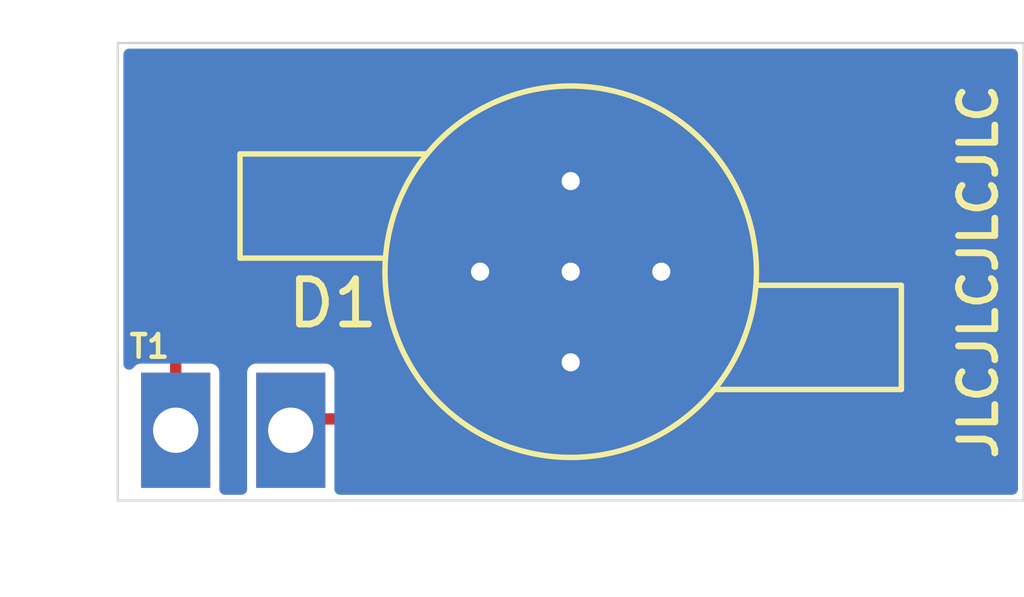
<source format=kicad_pcb>
(kicad_pcb (version 20171130) (host pcbnew "(5.1.6)-1")

  (general
    (thickness 1.6)
    (drawings 5)
    (tracks 11)
    (zones 0)
    (modules 2)
    (nets 4)
  )

  (page A4)
  (layers
    (0 F.Cu signal)
    (31 B.Cu signal)
    (32 B.Adhes user)
    (33 F.Adhes user)
    (34 B.Paste user)
    (35 F.Paste user)
    (36 B.SilkS user)
    (37 F.SilkS user)
    (38 B.Mask user)
    (39 F.Mask user)
    (40 Dwgs.User user)
    (41 Cmts.User user)
    (42 Eco1.User user)
    (43 Eco2.User user)
    (44 Edge.Cuts user)
    (45 Margin user)
    (46 B.CrtYd user)
    (47 F.CrtYd user)
    (48 B.Fab user)
    (49 F.Fab user)
  )

  (setup
    (last_trace_width 0.25)
    (trace_clearance 0.2)
    (zone_clearance 0.1)
    (zone_45_only no)
    (trace_min 0.2)
    (via_size 0.8)
    (via_drill 0.4)
    (via_min_size 0.4)
    (via_min_drill 0.3)
    (uvia_size 0.3)
    (uvia_drill 0.1)
    (uvias_allowed no)
    (uvia_min_size 0.2)
    (uvia_min_drill 0.1)
    (edge_width 0.05)
    (segment_width 0.2)
    (pcb_text_width 0.3)
    (pcb_text_size 1.5 1.5)
    (mod_edge_width 0.12)
    (mod_text_size 1 1)
    (mod_text_width 0.15)
    (pad_size 5.5 5.5)
    (pad_drill 0)
    (pad_to_mask_clearance 0.05)
    (aux_axis_origin 0 0)
    (visible_elements 7FFFFFFF)
    (pcbplotparams
      (layerselection 0x010fc_ffffffff)
      (usegerberextensions false)
      (usegerberattributes true)
      (usegerberadvancedattributes true)
      (creategerberjobfile true)
      (excludeedgelayer true)
      (linewidth 0.100000)
      (plotframeref false)
      (viasonmask false)
      (mode 1)
      (useauxorigin false)
      (hpglpennumber 1)
      (hpglpenspeed 20)
      (hpglpendiameter 15.000000)
      (psnegative false)
      (psa4output false)
      (plotreference true)
      (plotvalue true)
      (plotinvisibletext false)
      (padsonsilk false)
      (subtractmaskfromsilk false)
      (outputformat 1)
      (mirror false)
      (drillshape 0)
      (scaleselection 1)
      (outputdirectory "Gerber/"))
  )

  (net 0 "")
  (net 1 "Net-(D1-Pad2)")
  (net 2 "Net-(D1-Pad1)")
  (net 3 GND)

  (net_class Default "This is the default net class."
    (clearance 0.2)
    (trace_width 0.25)
    (via_dia 0.8)
    (via_drill 0.4)
    (uvia_dia 0.3)
    (uvia_drill 0.1)
    (add_net GND)
    (add_net "Net-(D1-Pad1)")
    (add_net "Net-(D1-Pad2)")
  )

  (module Mouser/RS:1W_LED (layer F.Cu) (tedit 5F931B63) (tstamp 5F93F672)
    (at 150 100)
    (path /5F94383A)
    (fp_text reference D1 (at -5.25 0.7) (layer F.SilkS)
      (effects (font (size 1 1) (thickness 0.15)))
    )
    (fp_text value 1W_LED (at -0.05 -5.15) (layer F.Fab)
      (effects (font (size 1 1) (thickness 0.15)))
    )
    (fp_line (start 7.3 0.3) (end 4.15 0.3) (layer F.SilkS) (width 0.12))
    (fp_line (start 7.3 0.3) (end 7.3 2.6) (layer F.SilkS) (width 0.12))
    (fp_line (start 7.3 2.6) (end 3.2 2.6) (layer F.SilkS) (width 0.12))
    (fp_line (start -7.3 -2.6) (end -3.2 -2.6) (layer F.SilkS) (width 0.12))
    (fp_line (start -7.3 -0.3) (end -7.3 -2.6) (layer F.SilkS) (width 0.12))
    (fp_line (start -7.3 -0.3) (end -4.15 -0.3) (layer F.SilkS) (width 0.12))
    (fp_circle (center 0 0) (end 4.1 0) (layer F.SilkS) (width 0.12))
    (pad 3 smd circle (at 0 0) (size 5.5 5.5) (layers F.Cu F.Paste F.Mask)
      (net 3 GND))
    (pad 2 smd rect (at 6.18 1.45) (size 2 2) (layers F.Cu F.Paste F.Mask)
      (net 1 "Net-(D1-Pad2)"))
    (pad 1 smd rect (at -6.18 -1.45) (size 2 2) (layers F.Cu F.Paste F.Mask)
      (net 2 "Net-(D1-Pad1)"))
  )

  (module Mouser/RS:PWR_conn (layer F.Cu) (tedit 5F8ED53A) (tstamp 5F937693)
    (at 142.55 103.5 180)
    (path /5F9332B7)
    (fp_text reference T1 (at 1.85 1.85) (layer F.SilkS)
      (effects (font (size 0.5 0.5) (thickness 0.1)))
    )
    (fp_text value Wire_terminal (at 0 -2.85 180) (layer F.Fab)
      (effects (font (size 1 1) (thickness 0.15)))
    )
    (pad 2 thru_hole rect (at -1.27 0 180) (size 1.524 2.54) (drill 1) (layers *.Cu *.Mask)
      (net 1 "Net-(D1-Pad2)"))
    (pad 1 thru_hole rect (at 1.27 0 180) (size 1.524 2.54) (drill 1) (layers *.Cu *.Mask)
      (net 2 "Net-(D1-Pad1)"))
  )

  (gr_text JLCJLCJLCJLC (at 159 100 90) (layer F.SilkS)
    (effects (font (size 0.8 0.8) (thickness 0.15)))
  )
  (gr_line (start 140 94.95) (end 160 94.95) (layer Edge.Cuts) (width 0.05) (tstamp 5F93771C))
  (gr_line (start 160 105.05) (end 140 105.05) (layer Edge.Cuts) (width 0.05) (tstamp 5F93771B))
  (gr_line (start 160 94.95) (end 160 105.05) (layer Edge.Cuts) (width 0.05) (tstamp 5F937718))
  (gr_line (start 140 94.95) (end 140 105.05) (layer Edge.Cuts) (width 0.05))

  (segment (start 146.59999 104.69999) (end 152.93001 104.69999) (width 0.25) (layer F.Cu) (net 1))
  (segment (start 152.93001 104.69999) (end 156.18 101.45) (width 0.25) (layer F.Cu) (net 1))
  (segment (start 145.15 103.25) (end 146.59999 104.69999) (width 0.25) (layer F.Cu) (net 1))
  (segment (start 145.15 103.25) (end 143.82 103.25) (width 0.25) (layer F.Cu) (net 1))
  (segment (start 141.28 101.09) (end 143.82 98.55) (width 0.25) (layer F.Cu) (net 2))
  (segment (start 141.28 103.25) (end 141.28 101.09) (width 0.25) (layer F.Cu) (net 2))
  (via (at 148 100) (size 0.8) (drill 0.4) (layers F.Cu B.Cu) (net 3))
  (via (at 152 100) (size 0.8) (drill 0.4) (layers F.Cu B.Cu) (net 3))
  (via (at 150 98) (size 0.8) (drill 0.4) (layers F.Cu B.Cu) (net 3))
  (via (at 150 102) (size 0.8) (drill 0.4) (layers F.Cu B.Cu) (net 3))
  (via (at 150 100) (size 0.8) (drill 0.4) (layers F.Cu B.Cu) (net 3))

  (zone (net 3) (net_name GND) (layer B.Cu) (tstamp 5F93F7CF) (hatch edge 0.508)
    (connect_pads (clearance 0.1))
    (min_thickness 0.254)
    (fill yes (arc_segments 32) (thermal_gap 0.508) (thermal_bridge_width 0.508))
    (polygon
      (pts
        (xy 160 105.05) (xy 140 105.05) (xy 140 94.95) (xy 160 94.95)
      )
    )
    (filled_polygon
      (pts
        (xy 159.748001 104.798) (xy 144.907824 104.798) (xy 144.910582 104.77) (xy 144.910582 102.23) (xy 144.904268 102.165897)
        (xy 144.88557 102.104257) (xy 144.855206 102.04745) (xy 144.814343 101.997657) (xy 144.76455 101.956794) (xy 144.707743 101.92643)
        (xy 144.646103 101.907732) (xy 144.582 101.901418) (xy 143.058 101.901418) (xy 142.993897 101.907732) (xy 142.932257 101.92643)
        (xy 142.87545 101.956794) (xy 142.825657 101.997657) (xy 142.784794 102.04745) (xy 142.75443 102.104257) (xy 142.735732 102.165897)
        (xy 142.729418 102.23) (xy 142.729418 104.77) (xy 142.732176 104.798) (xy 142.367824 104.798) (xy 142.370582 104.77)
        (xy 142.370582 102.23) (xy 142.364268 102.165897) (xy 142.34557 102.104257) (xy 142.315206 102.04745) (xy 142.274343 101.997657)
        (xy 142.22455 101.956794) (xy 142.167743 101.92643) (xy 142.106103 101.907732) (xy 142.042 101.901418) (xy 140.518 101.901418)
        (xy 140.453897 101.907732) (xy 140.392257 101.92643) (xy 140.33545 101.956794) (xy 140.285657 101.997657) (xy 140.252 102.038669)
        (xy 140.252 95.202) (xy 159.748 95.202)
      )
    )
  )
)

</source>
